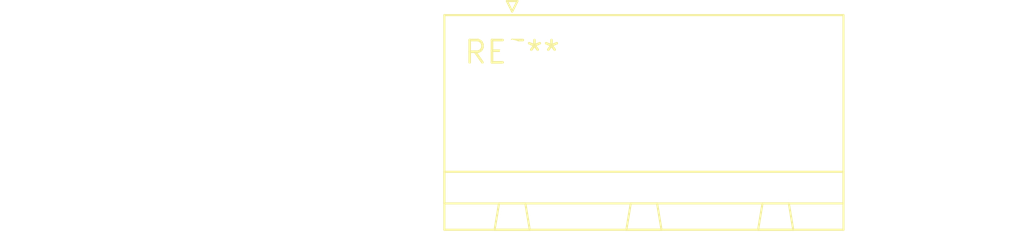
<source format=kicad_pcb>
(kicad_pcb (version 20240108) (generator pcbnew)
  (layers (0 "F.Cu" signal) (31 "B.Cu" signal) (34 "B.Paste" user) (35 "F.Paste" user) (36 "B.SilkS" user "B.Silkscreen") (37 "F.SilkS" user "F.Silkscreen") (38 "B.Mask" user) (39 "F.Mask" user) (44 "Edge.Cuts" user))
  (net 0 "")
  (footprint "PhoenixContact_GMSTBA_2,5_3-G_1x03_P7.50mm_Horizontal" (layer "F.Cu") (at 0 0)
    (property "Reference" "REF**")
    (property "Value" "PhoenixContact_GMSTBA_2,5_3-G_1x03_P7.50mm_Horizontal")
    (fp_line (start -3.86 -2.11) (end -3.86 10.11) (layer "F.SilkS") (stroke (width 0.12)))
    (fp_line (start -3.86 6.81) (end 18.86 6.81) (layer "F.SilkS") (stroke (width 0.12)))
    (fp_line (start -3.86 8.61) (end -3.86 6.81) (layer "F.SilkS") (stroke (width 0.12)))
    (fp_line (start -3.86 10.11) (end 18.86 10.11) (layer "F.SilkS") (stroke (width 0.12)))
    (fp_line (start -1 10.11) (end 1 10.11) (layer "F.SilkS") (stroke (width 0.12)))
    (fp_line (start -0.75 8.61) (end -1 10.11) (layer "F.SilkS") (stroke (width 0.12)))
    (fp_line (start -0.3 -2.91) (end 0.3 -2.91) (layer "F.SilkS") (stroke (width 0.12)))
    (fp_line (start 0 -2.31) (end -0.3 -2.91) (layer "F.SilkS") (stroke (width 0.12)))
    (fp_line (start 0.3 -2.91) (end 0 -2.31) (layer "F.SilkS") (stroke (width 0.12)))
    (fp_line (start 0.75 8.61) (end -0.75 8.61) (layer "F.SilkS") (stroke (width 0.12)))
    (fp_line (start 1 10.11) (end 0.75 8.61) (layer "F.SilkS") (stroke (width 0.12)))
    (fp_line (start 6.5 10.11) (end 8.5 10.11) (layer "F.SilkS") (stroke (width 0.12)))
    (fp_line (start 6.75 8.61) (end 6.5 10.11) (layer "F.SilkS") (stroke (width 0.12)))
    (fp_line (start 8.25 8.61) (end 6.75 8.61) (layer "F.SilkS") (stroke (width 0.12)))
    (fp_line (start 8.5 10.11) (end 8.25 8.61) (layer "F.SilkS") (stroke (width 0.12)))
    (fp_line (start 14 10.11) (end 16 10.11) (layer "F.SilkS") (stroke (width 0.12)))
    (fp_line (start 14.25 8.61) (end 14 10.11) (layer "F.SilkS") (stroke (width 0.12)))
    (fp_line (start 15.75 8.61) (end 14.25 8.61) (layer "F.SilkS") (stroke (width 0.12)))
    (fp_line (start 16 10.11) (end 15.75 8.61) (layer "F.SilkS") (stroke (width 0.12)))
    (fp_line (start 18.86 -2.11) (end -3.86 -2.11) (layer "F.SilkS") (stroke (width 0.12)))
    (fp_line (start 18.86 6.81) (end 18.86 8.61) (layer "F.SilkS") (stroke (width 0.12)))
    (fp_line (start 18.86 8.61) (end -3.86 8.61) (layer "F.SilkS") (stroke (width 0.12)))
    (fp_line (start 18.86 10.11) (end 18.86 -2.11) (layer "F.SilkS") (stroke (width 0.12)))
    (pad "1" thru_hole roundrect (at 0 0) (size 2 3.6) (drill 1.4) (layers *.Cu *.Mask) (remove_unused_layers) (roundrect_rratio 0.125))
    (pad "2" thru_hole oval (at 7.5 0) (size 2 3.6) (drill 1.4) (layers *.Cu *.Mask) (remove_unused_layers))
    (pad "3" thru_hole oval (at 15 0) (size 2 3.6) (drill 1.4) (layers *.Cu *.Mask) (remove_unused_layers))
  )
)
</source>
